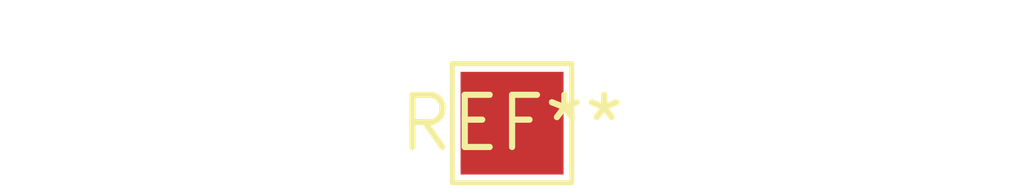
<source format=kicad_pcb>
(kicad_pcb (version 20240108) (generator pcbnew)
  (layers (0 "F.Cu" signal) (31 "B.Cu" signal) (34 "B.Paste" user) (35 "F.Paste" user) (36 "B.SilkS" user "B.Silkscreen") (37 "F.SilkS" user "F.Silkscreen") (38 "B.Mask" user) (39 "F.Mask" user) (44 "Edge.Cuts" user))
  (net 0 "")
  (footprint "TestPoint_Pad_2.5x2.5mm" (layer "F.Cu") (at 0 0)
    (property "Reference" "REF**")
    (property "Value" "TestPoint_Pad_2.5x2.5mm")
    (fp_line (start -1.45 -1.45) (end 1.45 -1.45) (layer "F.SilkS") (stroke (width 0.12)))
    (fp_line (start -1.45 1.45) (end -1.45 -1.45) (layer "F.SilkS") (stroke (width 0.12)))
    (fp_line (start 1.45 -1.45) (end 1.45 1.45) (layer "F.SilkS") (stroke (width 0.12)))
    (fp_line (start 1.45 1.45) (end -1.45 1.45) (layer "F.SilkS") (stroke (width 0.12)))
    (pad "1" smd rect (at 0 0) (size 2.5 2.5) (layers "F.Cu" "F.Mask"))
  )
)
</source>
